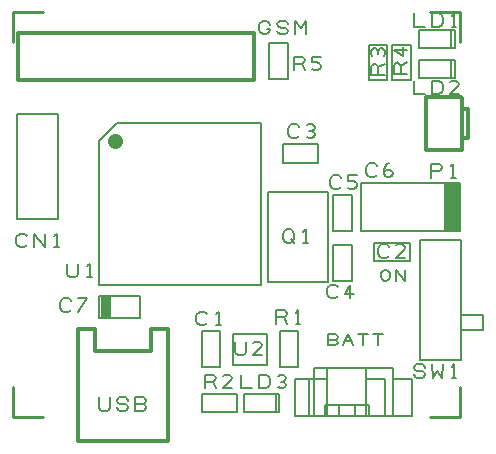
<source format=gbr>
%FSLAX23Y23*%
%MOIN*%
G04 EasyPC Gerber Version 13.0.2 Build 2807 *
%ADD75C,0.00500*%
%ADD94C,0.00600*%
%ADD95C,0.00800*%
%ADD92C,0.01000*%
%ADD74C,0.01200*%
%ADD93C,0.05000*%
X0Y0D02*
D02*
D74*
X17237Y18479D02*
X18024D01*
Y18637*
X17237*
Y18479*
X17740Y17276D02*
X17440D01*
Y17651*
X17495*
Y17576*
X17681*
Y17651*
X17740*
Y17276*
X18718Y18248D02*
X18600D01*
Y18425*
X18714*
X18718Y18421*
Y18248*
X18737Y18287D02*
Y18385D01*
X18718*
Y18287*
X18737*
D02*
D75*
X17508Y17686D02*
X17645D01*
Y17761*
X17508*
Y17686*
Y18276D02*
Y17796D01*
X18048*
Y18336*
X17568*
X17508Y18276*
X17520Y17761D02*
X17545D01*
Y17686*
X17520*
Y17761*
Y17686D02*
X17545D01*
X17520Y17689D02*
X17545D01*
X17520Y17692D02*
X17545D01*
X17520Y17695D02*
X17545D01*
X17520Y17698D02*
X17545D01*
X17520Y17701D02*
X17545D01*
X17520Y17704D02*
X17545D01*
X17520Y17707D02*
X17545D01*
X17520Y17710D02*
X17545D01*
X17520Y17713D02*
X17545D01*
X17520Y17716D02*
X17545D01*
X17520Y17719D02*
X17545D01*
X17520Y17722D02*
X17545D01*
X17520Y17725D02*
X17545D01*
X17520Y17728D02*
X17545D01*
X17520Y17731D02*
X17545D01*
X17520Y17734D02*
X17545D01*
X17520Y17737D02*
X17545D01*
X17520Y17740D02*
X17545D01*
X17520Y17743D02*
X17545D01*
X17520Y17746D02*
X17545D01*
X17520Y17749D02*
X17545D01*
X17520Y17752D02*
X17545D01*
X17520Y17755D02*
X17545D01*
X17520Y17758D02*
X17545D01*
X17851Y17643D02*
Y17525D01*
X17913*
Y17643*
X17851*
X17970Y17435D02*
X17851D01*
Y17373*
X17970*
Y17435*
X18070Y17634D02*
X17955D01*
Y17529*
X18070*
Y17634*
X18073Y18106D02*
Y17806D01*
X18273*
Y18106*
X18073*
X18076Y18603D02*
Y18485D01*
X18138*
Y18603*
X18076*
X18098Y17374D02*
Y17434D01*
X18110Y17435D02*
X17991D01*
Y17373*
X18110*
Y17435*
X18111Y17643D02*
Y17525D01*
X18173*
Y17643*
X18111*
X18121Y18205D02*
X18240D01*
Y18267*
X18121*
Y18205*
X18295Y17615D02*
X18301Y17611D01*
X18304Y17605*
X18301Y17599*
X18295Y17596*
X18273*
Y17633*
X18295*
X18301Y17630*
X18304Y17624*
X18301Y17618*
X18295Y17615*
X18273*
X18323Y17596D02*
X18338Y17633D01*
X18354Y17596*
X18329Y17611D02*
X18348D01*
X18388Y17596D02*
Y17633D01*
X18373D02*
X18404D01*
X18438Y17596D02*
Y17633D01*
X18423D02*
X18454D01*
X18288Y17931D02*
Y17812D01*
X18351*
Y17931*
X18288*
Y18096D02*
Y17977D01*
X18351*
Y18096*
X18288*
X18448Y17823D02*
Y17836D01*
X18451Y17842*
X18454Y17845*
X18460Y17848*
X18466*
X18473Y17845*
X18476Y17842*
X18479Y17836*
Y17823*
X18476Y17817*
X18473Y17814*
X18466Y17811*
X18460*
X18454Y17814*
X18451Y17817*
X18448Y17823*
X18498Y17811D02*
Y17848D01*
X18529Y17811*
Y17848*
X18470Y18480D02*
Y18598D01*
X18407*
Y18480*
X18470*
X18486Y18598D02*
Y18480D01*
X18548*
Y18598*
X18486*
X18544Y17938D02*
X18426D01*
Y17876*
X18544*
Y17938*
X18683Y18486D02*
Y18546D01*
Y18586D02*
Y18646D01*
X18694Y18548D02*
X18576D01*
Y18486*
X18694*
Y18548*
Y18648D02*
X18576D01*
Y18586*
X18694*
Y18648*
X18713Y18136D02*
X18663D01*
Y17976*
X18713*
Y18136*
X18663Y17977D02*
X18713D01*
X18663Y17980D02*
X18713D01*
X18663Y17983D02*
X18713D01*
X18663Y17986D02*
X18713D01*
X18663Y17989D02*
X18713D01*
X18663Y17992D02*
X18713D01*
X18663Y17995D02*
X18713D01*
X18663Y17998D02*
X18713D01*
X18663Y18001D02*
X18713D01*
X18663Y18004D02*
X18713D01*
X18663Y18007D02*
X18713D01*
X18663Y18010D02*
X18713D01*
X18663Y18013D02*
X18713D01*
X18663Y18016D02*
X18713D01*
X18663Y18019D02*
X18713D01*
X18663Y18022D02*
X18713D01*
X18663Y18025D02*
X18713D01*
X18663Y18028D02*
X18713D01*
X18663Y18031D02*
X18713D01*
X18663Y18034D02*
X18713D01*
X18663Y18037D02*
X18713D01*
X18663Y18040D02*
X18713D01*
X18663Y18043D02*
X18713D01*
X18663Y18046D02*
X18713D01*
X18663Y18049D02*
X18713D01*
X18663Y18052D02*
X18713D01*
X18663Y18055D02*
X18713D01*
X18663Y18058D02*
X18713D01*
X18663Y18061D02*
X18713D01*
X18663Y18064D02*
X18713D01*
X18663Y18067D02*
X18713D01*
X18663Y18070D02*
X18713D01*
X18663Y18073D02*
X18713D01*
X18663Y18076D02*
X18713D01*
X18663Y18079D02*
X18713D01*
X18663Y18082D02*
X18713D01*
X18663Y18085D02*
X18713D01*
X18663Y18088D02*
X18713D01*
X18663Y18091D02*
X18713D01*
X18663Y18094D02*
X18713D01*
X18663Y18097D02*
X18713D01*
X18663Y18100D02*
X18713D01*
X18663Y18103D02*
X18713D01*
X18663Y18106D02*
X18713D01*
X18663Y18109D02*
X18713D01*
X18663Y18112D02*
X18713D01*
X18663Y18115D02*
X18713D01*
X18663Y18118D02*
X18713D01*
X18663Y18121D02*
X18713D01*
X18663Y18124D02*
X18713D01*
X18663Y18127D02*
X18713D01*
X18663Y18130D02*
X18713D01*
X18663Y18133D02*
X18713D01*
Y18136D02*
X18383D01*
Y17976*
X18713*
Y18136*
D02*
D92*
X17223Y18606D02*
Y18706D01*
X17323Y18706*
Y17356D02*
X17223D01*
X17223Y17456*
X18613Y18706D02*
X18713D01*
X18713Y18606*
Y17456D02*
Y17356D01*
X18613Y17356*
D02*
D93*
X17563Y18276D02*
Y18277D01*
X17562*
D02*
D94*
X17270Y17930D02*
X17266Y17926D01*
X17259Y17923*
X17248*
X17240Y17926*
X17236Y17930*
X17233Y17938*
Y17953*
X17236Y17960*
X17240Y17964*
X17248Y17968*
X17259*
X17266Y17964*
X17270Y17960*
X17293Y17923D02*
Y17968D01*
X17330Y17923*
Y17968*
X17360Y17923D02*
X17375D01*
X17368D02*
Y17968D01*
X17360Y17960*
X17415Y17715D02*
X17411Y17711D01*
X17404Y17708*
X17393*
X17385Y17711*
X17381Y17715*
X17378Y17723*
Y17738*
X17381Y17745*
X17385Y17749*
X17393Y17753*
X17404*
X17411Y17749*
X17415Y17745*
X17438Y17708D02*
X17468Y17753D01*
X17438*
X17403Y17868D02*
Y17834D01*
X17406Y17826*
X17414Y17823*
X17429*
X17436Y17826*
X17440Y17834*
Y17868*
X17470Y17823D02*
X17485D01*
X17478D02*
Y17868D01*
X17470Y17860*
X17508Y17423D02*
Y17389D01*
X17511Y17381*
X17519Y17378*
X17534*
X17541Y17381*
X17545Y17389*
Y17423*
X17568Y17389D02*
X17571Y17381D01*
X17579Y17378*
X17594*
X17601Y17381*
X17605Y17389*
X17601Y17396*
X17594Y17400*
X17579*
X17571Y17404*
X17568Y17411*
X17571Y17419*
X17579Y17423*
X17594*
X17601Y17419*
X17605Y17411*
X17654Y17400D02*
X17661Y17396D01*
X17665Y17389*
X17661Y17381*
X17654Y17378*
X17628*
Y17423*
X17654*
X17661Y17419*
X17665Y17411*
X17661Y17404*
X17654Y17400*
X17628*
X17870Y17670D02*
X17866Y17666D01*
X17859Y17663*
X17848*
X17840Y17666*
X17836Y17670*
X17833Y17678*
Y17693*
X17836Y17700*
X17840Y17704*
X17848Y17708*
X17859*
X17866Y17704*
X17870Y17700*
X17900Y17663D02*
X17915D01*
X17908D02*
Y17708D01*
X17900Y17700*
X17863Y17453D02*
Y17498D01*
X17889*
X17896Y17494*
X17900Y17486*
X17896Y17479*
X17889Y17475*
X17863*
X17889D02*
X17900Y17453D01*
X17953D02*
X17923D01*
X17949Y17479*
X17953Y17486*
X17949Y17494*
X17941Y17498*
X17930*
X17923Y17494*
X17963Y17608D02*
Y17574D01*
X17966Y17566*
X17974Y17563*
X17989*
X17996Y17566*
X18000Y17574*
Y17608*
X18053Y17563D02*
X18023D01*
X18049Y17589*
X18053Y17596*
X18049Y17604*
X18041Y17608*
X18030*
X18023Y17604*
X17983Y17498D02*
Y17453D01*
X18020*
X18043D02*
Y17498D01*
X18065*
X18073Y17494*
X18076Y17490*
X18080Y17483*
Y17468*
X18076Y17460*
X18073Y17456*
X18065Y17453*
X18043*
X18106Y17456D02*
X18114Y17453D01*
X18121*
X18129Y17456*
X18133Y17464*
X18129Y17471*
X18121Y17475*
X18114*
X18121D02*
X18129Y17479D01*
X18133Y17486*
X18129Y17494*
X18121Y17498*
X18114*
X18106Y17494*
X18069Y18651D02*
X18080D01*
Y18648*
X18076Y18640*
X18073Y18636*
X18065Y18633*
X18058*
X18050Y18636*
X18046Y18640*
X18043Y18648*
Y18663*
X18046Y18670*
X18050Y18674*
X18058Y18678*
X18065*
X18073Y18674*
X18076Y18670*
X18080Y18663*
X18103Y18644D02*
X18106Y18636D01*
X18114Y18633*
X18129*
X18136Y18636*
X18140Y18644*
X18136Y18651*
X18129Y18655*
X18114*
X18106Y18659*
X18103Y18666*
X18106Y18674*
X18114Y18678*
X18129*
X18136Y18674*
X18140Y18666*
X18163Y18633D02*
Y18678D01*
X18181Y18655*
X18200Y18678*
Y18633*
X18098Y17668D02*
Y17713D01*
X18124*
X18131Y17709*
X18135Y17701*
X18131Y17694*
X18124Y17690*
X18098*
X18124D02*
X18135Y17668D01*
X18165D02*
X18180D01*
X18173D02*
Y17713D01*
X18165Y17705*
X18123Y17953D02*
Y17968D01*
X18126Y17975*
X18130Y17979*
X18138Y17983*
X18145*
X18153Y17979*
X18156Y17975*
X18160Y17968*
Y17953*
X18156Y17945*
X18153Y17941*
X18145Y17938*
X18138*
X18130Y17941*
X18126Y17945*
X18123Y17953*
X18149Y17949D02*
X18160Y17938D01*
X18190D02*
X18205D01*
X18198D02*
Y17983D01*
X18190Y17975*
X18175Y18295D02*
X18171Y18291D01*
X18164Y18288*
X18153*
X18145Y18291*
X18141Y18295*
X18138Y18303*
Y18318*
X18141Y18325*
X18145Y18329*
X18153Y18333*
X18164*
X18171Y18329*
X18175Y18325*
X18201Y18291D02*
X18209Y18288D01*
X18216*
X18224Y18291*
X18228Y18299*
X18224Y18306*
X18216Y18310*
X18209*
X18216D02*
X18224Y18314D01*
X18228Y18321*
X18224Y18329*
X18216Y18333*
X18209*
X18201Y18329*
X18158Y18513D02*
Y18558D01*
X18184*
X18191Y18554*
X18195Y18546*
X18191Y18539*
X18184Y18535*
X18158*
X18184D02*
X18195Y18513D01*
X18218Y18516D02*
X18225Y18513D01*
X18236*
X18244Y18516*
X18248Y18524*
Y18528*
X18244Y18535*
X18236Y18539*
X18218*
Y18558*
X18248*
X18305Y17760D02*
X18301Y17756D01*
X18294Y17753*
X18283*
X18275Y17756*
X18271Y17760*
X18268Y17768*
Y17783*
X18271Y17790*
X18275Y17794*
X18283Y17798*
X18294*
X18301Y17794*
X18305Y17790*
X18346Y17753D02*
Y17798D01*
X18328Y17768*
X18358*
X18315Y18125D02*
X18311Y18121D01*
X18304Y18118*
X18293*
X18285Y18121*
X18281Y18125*
X18278Y18133*
Y18148*
X18281Y18155*
X18285Y18159*
X18293Y18163*
X18304*
X18311Y18159*
X18315Y18155*
X18338Y18121D02*
X18345Y18118D01*
X18356*
X18364Y18121*
X18368Y18129*
Y18133*
X18364Y18140*
X18356Y18144*
X18338*
Y18163*
X18368*
X18435Y18165D02*
X18431Y18161D01*
X18424Y18158*
X18413*
X18405Y18161*
X18401Y18165*
X18398Y18173*
Y18188*
X18401Y18195*
X18405Y18199*
X18413Y18203*
X18424*
X18431Y18199*
X18435Y18195*
X18458Y18169D02*
X18461Y18176D01*
X18469Y18180*
X18476*
X18484Y18176*
X18488Y18169*
X18484Y18161*
X18476Y18158*
X18469*
X18461Y18161*
X18458Y18169*
Y18180*
X18461Y18191*
X18469Y18199*
X18476Y18203*
X18475Y17895D02*
X18471Y17891D01*
X18464Y17888*
X18453*
X18445Y17891*
X18441Y17895*
X18438Y17903*
Y17918*
X18441Y17925*
X18445Y17929*
X18453Y17933*
X18464*
X18471Y17929*
X18475Y17925*
X18528Y17888D02*
X18498D01*
X18524Y17914*
X18528Y17921*
X18524Y17929*
X18516Y17933*
X18505*
X18498Y17929*
X18461Y18496D02*
X18416D01*
Y18523*
X18420Y18530*
X18428Y18534*
X18435Y18530*
X18439Y18523*
Y18496*
Y18523D02*
X18461Y18534D01*
X18458Y18560D02*
X18461Y18568D01*
Y18575*
X18458Y18583*
X18450Y18586*
X18443Y18583*
X18439Y18575*
Y18568*
Y18575D02*
X18435Y18583D01*
X18428Y18586*
X18420Y18583*
X18416Y18575*
Y18568*
X18420Y18560*
X18536Y18501D02*
X18491D01*
Y18528*
X18495Y18535*
X18503Y18539*
X18510Y18535*
X18514Y18528*
Y18501*
Y18528D02*
X18536Y18539D01*
Y18580D02*
X18491D01*
X18521Y18561*
Y18591*
X18558Y17499D02*
X18561Y17491D01*
X18569Y17488*
X18584*
X18591Y17491*
X18595Y17499*
X18591Y17506*
X18584Y17510*
X18569*
X18561Y17514*
X18558Y17521*
X18561Y17529*
X18569Y17533*
X18584*
X18591Y17529*
X18595Y17521*
X18618Y17533D02*
X18621Y17488D01*
X18636Y17510*
X18651Y17488*
X18655Y17533*
X18685Y17488D02*
X18700D01*
X18693D02*
Y17533D01*
X18685Y17525*
X18558Y18478D02*
Y18433D01*
X18595*
X18618D02*
Y18478D01*
X18640*
X18648Y18474*
X18651Y18470*
X18655Y18463*
Y18448*
X18651Y18440*
X18648Y18436*
X18640Y18433*
X18618*
X18708D02*
X18678D01*
X18704Y18459*
X18708Y18466*
X18704Y18474*
X18696Y18478*
X18685*
X18678Y18474*
X18558Y18703D02*
Y18658D01*
X18595*
X18618D02*
Y18703D01*
X18640*
X18648Y18699*
X18651Y18695*
X18655Y18688*
Y18673*
X18651Y18665*
X18648Y18661*
X18640Y18658*
X18618*
X18685D02*
X18700D01*
X18693D02*
Y18703D01*
X18685Y18695*
X18615Y18155D02*
Y18200D01*
X18641*
X18649Y18196*
X18653Y18189*
X18649Y18181*
X18641Y18178*
X18615*
X18683Y18155D02*
X18698D01*
X18690D02*
Y18200D01*
X18683Y18193*
D02*
D95*
X17235Y18367D02*
Y18016D01*
X17373*
Y18367*
X17235*
X18163Y17359D02*
X18463D01*
Y17484*
X18400*
Y17521*
X18225*
Y17484*
X18163*
Y17359*
X18208Y17359D02*
X18553D01*
Y17484*
X18490*
Y17521*
X18270*
Y17484*
X18208*
Y17359*
X18225Y17359D02*
Y17521D01*
X18400*
Y17359*
X18363*
Y17396*
X18263*
Y17359*
X18225*
X18270D02*
Y17521D01*
X18490*
Y17359*
X18408*
Y17396*
X18308*
Y17359*
X18270*
X18715Y17947D02*
X18578D01*
Y17547*
X18715*
Y17947*
X18790Y17697D02*
X18715D01*
Y17647*
X18790*
Y17697*
X0Y0D02*
M02*

</source>
